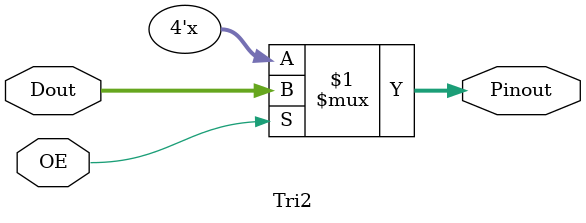
<source format=v>
/***************************************************
* File: tri_state_bus.v
* Author: Andrei Belov
* Class: EE 271
* Module: Tri
* Description: Tri-state Buses
****************************************************/

// Tri-state bus
//
module Tri
    (
        input wire[3:0] Dout,
        input wire OE,
        output wire[3:0] Pinout
    );
    assign Pinout = (OE == 1) ? Dout:(OE == 0) ? 4'bz:4'bx;
endmodule

// Tri-state bus
//
module Tri2
    (
        input wire[3:0] Dout,
        input wire OE,
        output wire[3:0] Pinout
    );
    assign Pinout = OE ? Dout : 4'bz;
endmodule

</source>
